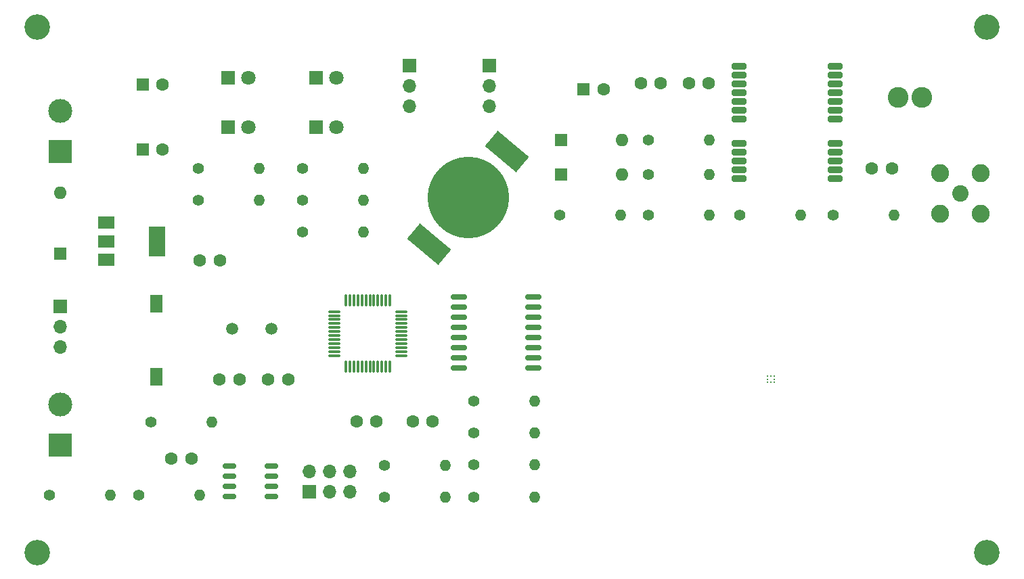
<source format=gbr>
%TF.GenerationSoftware,KiCad,Pcbnew,7.0.10*%
%TF.CreationDate,2024-05-10T14:16:29+08:00*%
%TF.ProjectId,pcb,7063622e-6b69-4636-9164-5f7063625858,rev?*%
%TF.SameCoordinates,Original*%
%TF.FileFunction,Soldermask,Top*%
%TF.FilePolarity,Negative*%
%FSLAX46Y46*%
G04 Gerber Fmt 4.6, Leading zero omitted, Abs format (unit mm)*
G04 Created by KiCad (PCBNEW 7.0.10) date 2024-05-10 14:16:29*
%MOMM*%
%LPD*%
G01*
G04 APERTURE LIST*
G04 Aperture macros list*
%AMRoundRect*
0 Rectangle with rounded corners*
0 $1 Rounding radius*
0 $2 $3 $4 $5 $6 $7 $8 $9 X,Y pos of 4 corners*
0 Add a 4 corners polygon primitive as box body*
4,1,4,$2,$3,$4,$5,$6,$7,$8,$9,$2,$3,0*
0 Add four circle primitives for the rounded corners*
1,1,$1+$1,$2,$3*
1,1,$1+$1,$4,$5*
1,1,$1+$1,$6,$7*
1,1,$1+$1,$8,$9*
0 Add four rect primitives between the rounded corners*
20,1,$1+$1,$2,$3,$4,$5,0*
20,1,$1+$1,$4,$5,$6,$7,0*
20,1,$1+$1,$6,$7,$8,$9,0*
20,1,$1+$1,$8,$9,$2,$3,0*%
%AMRotRect*
0 Rectangle, with rotation*
0 The origin of the aperture is its center*
0 $1 length*
0 $2 width*
0 $3 Rotation angle, in degrees counterclockwise*
0 Add horizontal line*
21,1,$1,$2,0,0,$3*%
G04 Aperture macros list end*
%ADD10C,1.400000*%
%ADD11O,1.400000X1.400000*%
%ADD12R,1.800000X1.800000*%
%ADD13C,1.800000*%
%ADD14C,1.600000*%
%ADD15R,1.700000X1.700000*%
%ADD16O,1.700000X1.700000*%
%ADD17C,3.200000*%
%ADD18RoundRect,0.200000X-0.700000X-0.200000X0.700000X-0.200000X0.700000X0.200000X-0.700000X0.200000X0*%
%ADD19C,1.500000*%
%ADD20R,1.600000X2.180000*%
%ADD21R,3.000000X3.000000*%
%ADD22C,3.000000*%
%ADD23R,2.000000X1.500000*%
%ADD24R,2.000000X3.800000*%
%ADD25C,0.240000*%
%ADD26R,1.600000X1.600000*%
%ADD27O,1.600000X1.600000*%
%ADD28C,2.050000*%
%ADD29C,2.250000*%
%ADD30RotRect,2.500000X5.100000X50.000000*%
%ADD31C,10.200000*%
%ADD32C,2.600000*%
%ADD33RoundRect,0.150000X-0.875000X-0.150000X0.875000X-0.150000X0.875000X0.150000X-0.875000X0.150000X0*%
%ADD34RoundRect,0.150000X-0.675000X-0.150000X0.675000X-0.150000X0.675000X0.150000X-0.675000X0.150000X0*%
%ADD35RoundRect,0.075000X-0.662500X-0.075000X0.662500X-0.075000X0.662500X0.075000X-0.662500X0.075000X0*%
%ADD36RoundRect,0.075000X-0.075000X-0.662500X0.075000X-0.662500X0.075000X0.662500X-0.075000X0.662500X0*%
G04 APERTURE END LIST*
D10*
%TO.C,R12*%
X69596000Y-107188000D03*
D11*
X77216000Y-107188000D03*
%TD*%
D12*
%TO.C,D4*%
X102985000Y-61150000D03*
D13*
X105525000Y-61150000D03*
%TD*%
D14*
%TO.C,C10*%
X143600000Y-55626000D03*
X146100000Y-55626000D03*
%TD*%
D15*
%TO.C,J4*%
X102108000Y-106800000D03*
D16*
X102108000Y-104260000D03*
X104648000Y-106800000D03*
X104648000Y-104260000D03*
X107188000Y-106800000D03*
X107188000Y-104260000D03*
%TD*%
D10*
%TO.C,R7*%
X101290000Y-66325000D03*
D11*
X108910000Y-66325000D03*
%TD*%
D17*
%TO.C,H1*%
X68100000Y-48600000D03*
%TD*%
D10*
%TO.C,R15*%
X122682000Y-99442000D03*
D11*
X130302000Y-99442000D03*
%TD*%
D10*
%TO.C,R16*%
X122682000Y-95442000D03*
D11*
X130302000Y-95442000D03*
%TD*%
D14*
%TO.C,C7*%
X90910000Y-92750000D03*
X93410000Y-92750000D03*
%TD*%
D10*
%TO.C,R10*%
X111506000Y-103500000D03*
D11*
X119126000Y-103500000D03*
%TD*%
D12*
%TO.C,D1*%
X103000000Y-55000000D03*
D13*
X105540000Y-55000000D03*
%TD*%
D10*
%TO.C,R17*%
X144526000Y-72136000D03*
D11*
X152146000Y-72136000D03*
%TD*%
D18*
%TO.C,U6*%
X155894000Y-53588000D03*
X155894000Y-54688000D03*
X155894000Y-55788000D03*
X155894000Y-56888000D03*
X155894000Y-57988000D03*
X155894000Y-59088000D03*
X155894000Y-60188000D03*
X155894000Y-63188000D03*
X155894000Y-64288000D03*
X155894000Y-65388000D03*
X155894000Y-66488000D03*
X155894000Y-67588000D03*
X167894000Y-67588000D03*
X167894000Y-66488000D03*
X167894000Y-65388000D03*
X167894000Y-64288000D03*
X167894000Y-63188000D03*
X167894000Y-60188000D03*
X167894000Y-59088000D03*
X167894000Y-57988000D03*
X167894000Y-56888000D03*
X167894000Y-55788000D03*
X167894000Y-54688000D03*
X167894000Y-53588000D03*
%TD*%
D19*
%TO.C,Y1*%
X92500000Y-86360000D03*
X97400000Y-86360000D03*
%TD*%
D10*
%TO.C,R5*%
X88290000Y-66325000D03*
D11*
X95910000Y-66325000D03*
%TD*%
D20*
%TO.C,SW1*%
X82980000Y-92410000D03*
X82980000Y-83230000D03*
%TD*%
D14*
%TO.C,C6*%
X97000000Y-92710000D03*
X99500000Y-92710000D03*
%TD*%
D10*
%TO.C,R20*%
X144526000Y-62738000D03*
D11*
X152146000Y-62738000D03*
%TD*%
D12*
%TO.C,D2*%
X92000000Y-55000000D03*
D13*
X94540000Y-55000000D03*
%TD*%
D10*
%TO.C,R19*%
X167640000Y-72136000D03*
D11*
X175260000Y-72136000D03*
%TD*%
D10*
%TO.C,R9*%
X111506000Y-107500000D03*
D11*
X119126000Y-107500000D03*
%TD*%
D12*
%TO.C,D3*%
X91985000Y-61150000D03*
D13*
X94525000Y-61150000D03*
%TD*%
D17*
%TO.C,H4*%
X68100000Y-114400000D03*
%TD*%
D21*
%TO.C,J5*%
X70950000Y-101000000D03*
D22*
X70950000Y-95920000D03*
%TD*%
D23*
%TO.C,U1*%
X76758000Y-73138000D03*
X76758000Y-75438000D03*
D24*
X83058000Y-75438000D03*
D23*
X76758000Y-77738000D03*
%TD*%
D25*
%TO.C,U2*%
X160274000Y-92310000D03*
X160284000Y-92710000D03*
X160274000Y-93110000D03*
X159874000Y-92310000D03*
X159874000Y-93110000D03*
X159474000Y-92310000D03*
X159474000Y-92710000D03*
X159474000Y-93110000D03*
%TD*%
D26*
%TO.C,C1*%
X81300000Y-55800000D03*
D14*
X83800000Y-55800000D03*
%TD*%
D26*
%TO.C,D6*%
X133604000Y-62738000D03*
D27*
X141224000Y-62738000D03*
%TD*%
D10*
%TO.C,R8*%
X101335000Y-74325000D03*
D11*
X108955000Y-74325000D03*
%TD*%
D10*
%TO.C,R14*%
X144526000Y-67056000D03*
D11*
X152146000Y-67056000D03*
%TD*%
D26*
%TO.C,D7*%
X133604000Y-67056000D03*
D27*
X141224000Y-67056000D03*
%TD*%
D14*
%TO.C,C9*%
X115062000Y-98000000D03*
X117562000Y-98000000D03*
%TD*%
D26*
%TO.C,C8*%
X136462888Y-56388000D03*
D14*
X138962888Y-56388000D03*
%TD*%
D17*
%TO.C,H2*%
X186900000Y-48600000D03*
%TD*%
D10*
%TO.C,R13*%
X82296000Y-98044000D03*
D11*
X89916000Y-98044000D03*
%TD*%
D15*
%TO.C,J2*%
X70950000Y-83581000D03*
D16*
X70950000Y-86121000D03*
X70950000Y-88661000D03*
%TD*%
D14*
%TO.C,C5*%
X88430000Y-77870000D03*
X90930000Y-77870000D03*
%TD*%
D21*
%TO.C,J1*%
X70950000Y-64225000D03*
D22*
X70950000Y-59145000D03*
%TD*%
D10*
%TO.C,R18*%
X155956000Y-72136000D03*
D11*
X163576000Y-72136000D03*
%TD*%
D10*
%TO.C,R2*%
X122682000Y-107442000D03*
D11*
X130302000Y-107442000D03*
%TD*%
D10*
%TO.C,R1*%
X133490000Y-72190000D03*
D11*
X141110000Y-72190000D03*
%TD*%
D15*
%TO.C,J6*%
X124700000Y-53500000D03*
D16*
X124700000Y-56040000D03*
X124700000Y-58580000D03*
%TD*%
D28*
%TO.C,J7*%
X183580000Y-69460000D03*
D29*
X181040000Y-66920000D03*
X181040000Y-72000000D03*
X186120000Y-66920000D03*
X186120000Y-72000000D03*
%TD*%
D17*
%TO.C,H3*%
X186900000Y-114400000D03*
%TD*%
D14*
%TO.C,C11*%
X149626000Y-55626000D03*
X152126000Y-55626000D03*
%TD*%
D10*
%TO.C,R6*%
X88290000Y-70325000D03*
D11*
X95910000Y-70325000D03*
%TD*%
D14*
%TO.C,C12*%
X172506000Y-66294000D03*
X175006000Y-66294000D03*
%TD*%
D15*
%TO.C,J3*%
X114700000Y-53500000D03*
D16*
X114700000Y-56040000D03*
X114700000Y-58580000D03*
%TD*%
D30*
%TO.C,BT1*%
X117114814Y-75821938D03*
X126885186Y-64178062D03*
D31*
X122000000Y-70000000D03*
%TD*%
D10*
%TO.C,R4*%
X101290000Y-70325000D03*
D11*
X108910000Y-70325000D03*
%TD*%
D14*
%TO.C,C3*%
X108062000Y-98000000D03*
X110562000Y-98000000D03*
%TD*%
D10*
%TO.C,R11*%
X80772000Y-107188000D03*
D11*
X88392000Y-107188000D03*
%TD*%
D26*
%TO.C,C2*%
X81300000Y-64000000D03*
D14*
X83800000Y-64000000D03*
%TD*%
D32*
%TO.C,L1*%
X175792000Y-57404000D03*
X178792000Y-57404000D03*
%TD*%
D14*
%TO.C,C4*%
X84876000Y-102616000D03*
X87376000Y-102616000D03*
%TD*%
D33*
%TO.C,U5*%
X120826000Y-82423000D03*
X120826000Y-83693000D03*
X120826000Y-84963000D03*
X120826000Y-86233000D03*
X120826000Y-87503000D03*
X120826000Y-88773000D03*
X120826000Y-90043000D03*
X120826000Y-91313000D03*
X130126000Y-91313000D03*
X130126000Y-90043000D03*
X130126000Y-88773000D03*
X130126000Y-87503000D03*
X130126000Y-86233000D03*
X130126000Y-84963000D03*
X130126000Y-83693000D03*
X130126000Y-82423000D03*
%TD*%
D26*
%TO.C,D5*%
X70950000Y-77000000D03*
D27*
X70950000Y-69380000D03*
%TD*%
D34*
%TO.C,U3*%
X92117000Y-103595000D03*
X92117000Y-104865000D03*
X92117000Y-106135000D03*
X92117000Y-107405000D03*
X97367000Y-107405000D03*
X97367000Y-106135000D03*
X97367000Y-104865000D03*
X97367000Y-103595000D03*
%TD*%
D35*
%TO.C,U4*%
X105311500Y-84250000D03*
X105311500Y-84750000D03*
X105311500Y-85250000D03*
X105311500Y-85750000D03*
X105311500Y-86250000D03*
X105311500Y-86750000D03*
X105311500Y-87250000D03*
X105311500Y-87750000D03*
X105311500Y-88250000D03*
X105311500Y-88750000D03*
X105311500Y-89250000D03*
X105311500Y-89750000D03*
D36*
X106724000Y-91162500D03*
X107224000Y-91162500D03*
X107724000Y-91162500D03*
X108224000Y-91162500D03*
X108724000Y-91162500D03*
X109224000Y-91162500D03*
X109724000Y-91162500D03*
X110224000Y-91162500D03*
X110724000Y-91162500D03*
X111224000Y-91162500D03*
X111724000Y-91162500D03*
X112224000Y-91162500D03*
D35*
X113636500Y-89750000D03*
X113636500Y-89250000D03*
X113636500Y-88750000D03*
X113636500Y-88250000D03*
X113636500Y-87750000D03*
X113636500Y-87250000D03*
X113636500Y-86750000D03*
X113636500Y-86250000D03*
X113636500Y-85750000D03*
X113636500Y-85250000D03*
X113636500Y-84750000D03*
X113636500Y-84250000D03*
D36*
X112224000Y-82837500D03*
X111724000Y-82837500D03*
X111224000Y-82837500D03*
X110724000Y-82837500D03*
X110224000Y-82837500D03*
X109724000Y-82837500D03*
X109224000Y-82837500D03*
X108724000Y-82837500D03*
X108224000Y-82837500D03*
X107724000Y-82837500D03*
X107224000Y-82837500D03*
X106724000Y-82837500D03*
%TD*%
D10*
%TO.C,R3*%
X122682000Y-103442000D03*
D11*
X130302000Y-103442000D03*
%TD*%
M02*

</source>
